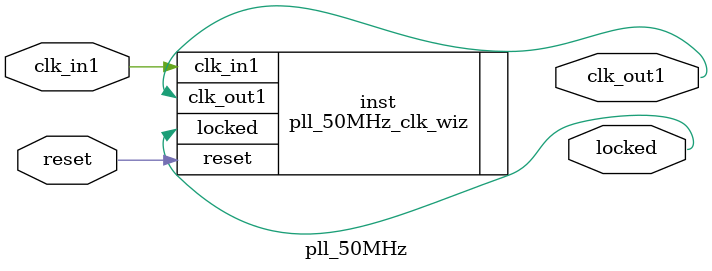
<source format=v>


`timescale 1ps/1ps

(* CORE_GENERATION_INFO = "pll_50MHz,clk_wiz_v6_0_14_0_0,{component_name=pll_50MHz,use_phase_alignment=true,use_min_o_jitter=false,use_max_i_jitter=false,use_dyn_phase_shift=false,use_inclk_switchover=false,use_dyn_reconfig=false,enable_axi=0,feedback_source=FDBK_AUTO,PRIMITIVE=MMCM,num_out_clk=1,clkin1_period=10.000,clkin2_period=10.000,use_power_down=false,use_reset=true,use_locked=true,use_inclk_stopped=false,feedback_type=SINGLE,CLOCK_MGR_TYPE=NA,manual_override=false}" *)

module pll_50MHz 
 (
  // Clock out ports
  output        clk_out1,
  // Status and control signals
  input         reset,
  output        locked,
 // Clock in ports
  input         clk_in1
 );

  pll_50MHz_clk_wiz inst
  (
  // Clock out ports  
  .clk_out1(clk_out1),
  // Status and control signals               
  .reset(reset), 
  .locked(locked),
 // Clock in ports
  .clk_in1(clk_in1)
  );

endmodule

</source>
